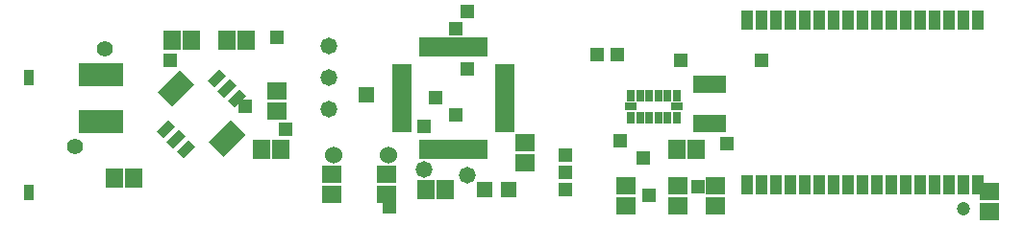
<source format=gts>
G75*
G70*
%OFA0B0*%
%FSLAX24Y24*%
%IPPOS*%
%LPD*%
%AMOC8*
5,1,8,0,0,1.08239X$1,22.5*
%
%ADD10R,0.0710X0.0186*%
%ADD11R,0.0186X0.0710*%
%ADD12R,0.0395X0.0710*%
%ADD13R,0.0434X0.0316*%
%ADD14R,0.0316X0.0434*%
%ADD15R,0.0580X0.0330*%
%ADD16R,0.1080X0.0724*%
%ADD17C,0.0600*%
%ADD18R,0.1182X0.0631*%
%ADD19R,0.1537X0.0789*%
%ADD20R,0.0592X0.0671*%
%ADD21R,0.0671X0.0592*%
%ADD22R,0.0552X0.0552*%
%ADD23C,0.0580*%
%ADD24C,0.0474*%
%ADD25R,0.0330X0.0580*%
%ADD26R,0.0476X0.0476*%
%ADD27C,0.0555*%
%ADD28R,0.0555X0.0555*%
D10*
X014309Y004265D03*
X014309Y004462D03*
X014309Y004658D03*
X014309Y004855D03*
X014309Y005052D03*
X014309Y005249D03*
X014309Y005446D03*
X014309Y005643D03*
X014309Y005840D03*
X014309Y006036D03*
X014309Y006233D03*
X014309Y006430D03*
X017892Y006430D03*
X017892Y006233D03*
X017892Y006036D03*
X017892Y005840D03*
X017892Y005643D03*
X017892Y005446D03*
X017892Y005249D03*
X017892Y005052D03*
X017892Y004855D03*
X017892Y004658D03*
X017892Y004462D03*
X017892Y004265D03*
D11*
X017183Y003556D03*
X016987Y003556D03*
X016790Y003556D03*
X016593Y003556D03*
X016396Y003556D03*
X016199Y003556D03*
X016002Y003556D03*
X015806Y003556D03*
X015609Y003556D03*
X015412Y003556D03*
X015215Y003556D03*
X015018Y003556D03*
X015018Y007139D03*
X015215Y007139D03*
X015412Y007139D03*
X015609Y007139D03*
X015806Y007139D03*
X016002Y007139D03*
X016199Y007139D03*
X016396Y007139D03*
X016593Y007139D03*
X016790Y007139D03*
X016987Y007139D03*
X017183Y007139D03*
D12*
X026301Y008047D03*
X026801Y008047D03*
X026801Y008047D03*
X027301Y008047D03*
X027301Y008047D03*
X027301Y008047D03*
X027801Y008047D03*
X027801Y008047D03*
X028301Y008047D03*
X028801Y008047D03*
X028801Y008047D03*
X029301Y008047D03*
X029301Y008047D03*
X029301Y008047D03*
X029801Y008047D03*
X030301Y008047D03*
X030301Y008047D03*
X030801Y008047D03*
X030801Y008047D03*
X031301Y008047D03*
X031801Y008047D03*
X032301Y008047D03*
X032801Y008047D03*
X033301Y008047D03*
X033801Y008047D03*
X034301Y008047D03*
X034301Y002339D03*
X033801Y002339D03*
X033301Y002339D03*
X032801Y002339D03*
X032301Y002339D03*
X031801Y002339D03*
X031301Y002339D03*
X030801Y002339D03*
X030301Y002339D03*
X029801Y002339D03*
X029301Y002339D03*
X028801Y002339D03*
X028301Y002339D03*
X027801Y002339D03*
X027301Y002339D03*
X026801Y002339D03*
X026301Y002339D03*
D13*
X023846Y005047D03*
X022271Y005047D03*
D14*
X022271Y004654D03*
X022586Y004654D03*
X022901Y004654D03*
X023216Y004654D03*
X023531Y004654D03*
X023846Y004654D03*
X023846Y005441D03*
X023531Y005441D03*
X023216Y005441D03*
X022901Y005441D03*
X022586Y005441D03*
X022271Y005441D03*
D15*
G36*
X008929Y005435D02*
X008520Y005026D01*
X008287Y005259D01*
X008696Y005668D01*
X008929Y005435D01*
G37*
G36*
X007933Y005613D02*
X008342Y006022D01*
X008575Y005789D01*
X008166Y005380D01*
X007933Y005613D01*
G37*
G36*
X007580Y005966D02*
X007989Y006375D01*
X008222Y006142D01*
X007813Y005733D01*
X007580Y005966D01*
G37*
G36*
X005812Y004199D02*
X006221Y004608D01*
X006454Y004375D01*
X006045Y003966D01*
X005812Y004199D01*
G37*
G36*
X006166Y003845D02*
X006575Y004254D01*
X006808Y004021D01*
X006399Y003612D01*
X006166Y003845D01*
G37*
G36*
X006519Y003492D02*
X006928Y003901D01*
X007161Y003668D01*
X006752Y003259D01*
X006519Y003492D01*
G37*
D16*
G36*
X007615Y003819D02*
X008377Y004581D01*
X008889Y004069D01*
X008127Y003307D01*
X007615Y003819D01*
G37*
G36*
X007135Y005823D02*
X006373Y005061D01*
X005861Y005573D01*
X006623Y006335D01*
X007135Y005823D01*
G37*
D17*
X011951Y003347D03*
X013851Y003347D03*
D18*
X025001Y004478D03*
X025001Y005817D03*
D19*
X003901Y006154D03*
X003901Y004540D03*
D20*
X004366Y002547D03*
X005035Y002547D03*
X009466Y003547D03*
X010135Y003547D03*
X008935Y007347D03*
X008266Y007347D03*
X007035Y007347D03*
X006366Y007347D03*
X015166Y002147D03*
X015835Y002147D03*
X023866Y003547D03*
X024535Y003547D03*
D21*
X023901Y002282D03*
X023901Y001613D03*
X025201Y001613D03*
X025201Y002282D03*
X022101Y002282D03*
X022101Y001613D03*
X018601Y003113D03*
X018601Y003782D03*
X013801Y002682D03*
X013801Y002013D03*
X011901Y002013D03*
X011901Y002682D03*
X010001Y004913D03*
X010001Y005582D03*
X034701Y002082D03*
X034701Y001413D03*
D22*
X018014Y002147D03*
X017187Y002147D03*
D23*
X016601Y002647D03*
X015101Y002847D03*
X011801Y004947D03*
X011801Y006047D03*
X011801Y007147D03*
D24*
X033801Y001494D03*
D25*
X001401Y002047D03*
X001401Y006047D03*
D26*
X006301Y006647D03*
X008901Y005047D03*
X010301Y004247D03*
X010001Y007447D03*
X015101Y004347D03*
X016201Y004747D03*
X015501Y005347D03*
X016601Y006347D03*
X016201Y007747D03*
X016601Y008347D03*
X021101Y006847D03*
X021801Y006847D03*
X024001Y006647D03*
X026801Y006647D03*
X025601Y003747D03*
X024601Y002247D03*
X022901Y001947D03*
X022701Y003247D03*
X021901Y003847D03*
X020001Y003347D03*
X020001Y002747D03*
X020001Y002147D03*
X013901Y001547D03*
D27*
X004011Y007047D03*
X003001Y003647D03*
X003001Y003647D03*
D28*
X013101Y005447D03*
M02*

</source>
